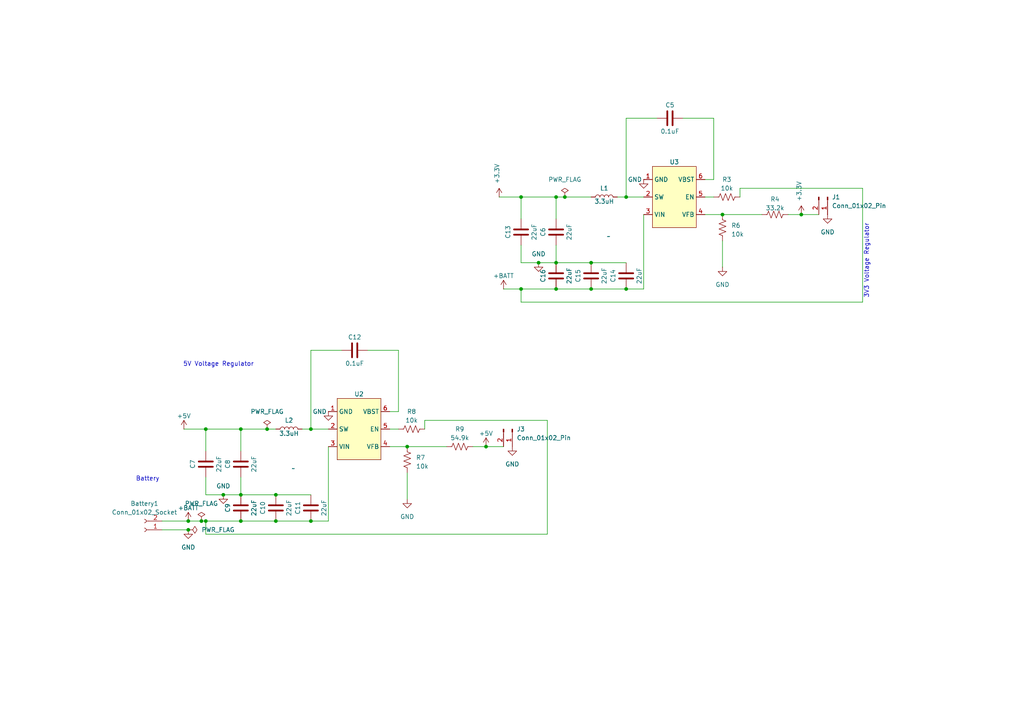
<source format=kicad_sch>
(kicad_sch (version 20250114) (generator "eeschema") (generator_version "9.0")
  (paper "A4")
  (lib_symbols
    (symbol "Connector:Conn_01x02_Pin" (pin_names (offset 1.016) (hide yes))
      (property "Reference" "J" (at 0 2.54 0))
      (property "Value" "Conn_01x02_Pin" (at 0 -5.08 0))
      (symbol "Conn_01x02_Pin_1_1"
        (rectangle (start 0.8636 0.127) (end 0 -0.127) (stroke (width 0.1524)) (fill (type outline)))
        (rectangle (start 0.8636 -2.413) (end 0 -2.667) (stroke (width 0.1524)) (fill (type outline)))
        (polyline (pts (xy 1.27 0) (xy 0.8636 0)) (stroke (width 0.1524)))
        (polyline (pts (xy 1.27 -2.54) (xy 0.8636 -2.54)) (stroke (width 0.1524)))
        (pin passive line (at 5.08 0 180) (length 3.81) (name "Pin_1") (number "1"))
        (pin passive line (at 5.08 -2.54 180) (length 3.81) (name "Pin_2") (number "2"))
      )
    )
    (symbol "Connector:Conn_01x02_Socket" (pin_names (offset 1.016) (hide yes))
      (property "Reference" "J" (at 0 2.54 0))
      (property "Value" "Conn_01x02_Socket" (at 0 -5.08 0))
      (symbol "Conn_01x02_Socket_1_1"
        (polyline (pts (xy -1.27 0) (xy -0.508 0)) (stroke (width 0.1524)))
        (polyline (pts (xy -1.27 -2.54) (xy -0.508 -2.54)) (stroke (width 0.1524)))
        (arc (start 0 -0.508) (mid -0.5058 0) (end 0 0.508) (stroke (width 0.1524)))
        (arc (start 0 -3.048) (mid -0.5058 -2.54) (end 0 -2.032) (stroke (width 0.1524)))
        (pin passive line (at -5.08 0 0) (length 3.81) (name "Pin_1") (number "1"))
        (pin passive line (at -5.08 -2.54 0) (length 3.81) (name "Pin_2") (number "2"))
      )
    )
    (symbol "Device:C" (pin_numbers (hide yes)) (pin_names (offset 0.254))
      (property "Reference" "C" (at 0.635 2.54 0))
      (property "Value" "C" (at 0.635 -2.54 0))
      (symbol "C_0_1"
        (polyline (pts (xy -2.032 0.762) (xy 2.032 0.762)) (stroke (width 0.508)))
        (polyline (pts (xy -2.032 -0.762) (xy 2.032 -0.762)) (stroke (width 0.508)))
      )
      (symbol "C_1_1"
        (pin passive line (at 0 3.81 270) (length 2.794) (name "~") (number "1"))
        (pin passive line (at 0 -3.81 90) (length 2.794) (name "~") (number "2"))
      )
    )
    (symbol "Device:L" (pin_numbers (hide yes)) (pin_names (offset 1.016) (hide yes))
      (property "Reference" "L" (at -1.27 0 90))
      (property "Value" "L" (at 1.905 0 90))
      (symbol "L_0_1"
        (arc (start 0 2.54) (mid 0.6323 1.905) (end 0 1.27))
        (arc (start 0 1.27) (mid 0.6323 0.635) (end 0 0))
        (arc (start 0 0) (mid 0.6323 -0.635) (end 0 -1.27))
        (arc (start 0 -1.27) (mid 0.6323 -1.905) (end 0 -2.54))
      )
      (symbol "L_1_1"
        (pin passive line (at 0 3.81 270) (length 1.27) (name "1") (number "1"))
        (pin passive line (at 0 -3.81 90) (length 1.27) (name "2") (number "2"))
      )
    )
    (symbol "Device:R_US" (pin_numbers (hide yes)) (pin_names (offset 0))
      (property "Reference" "R" (at 2.54 0 90))
      (property "Value" "R_US" (at -2.54 0 90))
      (symbol "R_US_0_1"
        (polyline (pts (xy 0 2.286) (xy 0 2.54)))
        (polyline (pts (xy 0 2.286) (xy 1.016 1.905) (xy 0 1.524) (xy -1.016 1.143) (xy 0 0.762)))
        (polyline (pts (xy 0 0.762) (xy 1.016 0.381) (xy 0 0) (xy -1.016 -0.381) (xy 0 -0.762)))
        (polyline (pts (xy 0 -0.762) (xy 1.016 -1.143) (xy 0 -1.524) (xy -1.016 -1.905) (xy 0 -2.286)))
        (polyline (pts (xy 0 -2.286) (xy 0 -2.54)))
      )
      (symbol "R_US_1_1"
        (pin passive line (at 0 3.81 270) (length 1.27) (name "~") (number "1"))
        (pin passive line (at 0 -3.81 90) (length 1.27) (name "~") (number "2"))
      )
    )
    (symbol "Regulators:TPS563208DDCR"
      (property "Reference" "U" (at -5.08 10.16 0))
      (symbol "TPS563208DDCR_0_1"
        (rectangle (start -6.35 8.89) (end 6.35 -8.89) (fill (type background)))
      )
      (symbol "TPS563208DDCR_1_1"
        (pin input line (at -8.89 5.08 0) (length 2.54) (name "GND") (number "1"))
        (pin input line (at -8.89 0 0) (length 2.54) (name "SW") (number "2"))
        (pin input line (at -8.89 -5.08 0) (length 2.54) (name "VIN") (number "3"))
        (pin input line (at 8.89 5.08 180) (length 2.54) (name "VBST") (number "6"))
        (pin input line (at 8.89 0 180) (length 2.54) (name "EN") (number "5"))
        (pin input line (at 8.89 -5.08 180) (length 2.54) (name "VFB") (number "4"))
      )
    )
    (symbol "power:+3.3V" (power) (pin_numbers (hide yes)) (pin_names (offset 0) (hide yes))
      (property "Value" "+3.3V" (at 0 3.556 0))
      (symbol "+3.3V_0_1"
        (polyline (pts (xy -0.762 1.27) (xy 0 2.54)))
        (polyline (pts (xy 0 2.54) (xy 0.762 1.27)))
        (polyline (pts (xy 0 0) (xy 0 2.54)))
      )
      (symbol "+3.3V_1_1"
        (pin power_in line (at 0 0 90) (length 0) (name "~") (number "1"))
      )
    )
    (symbol "power:+5V" (power) (pin_numbers (hide yes)) (pin_names (offset 0) (hide yes))
      (property "Value" "+5V" (at 0 3.556 0))
      (symbol "+5V_0_1"
        (polyline (pts (xy -0.762 1.27) (xy 0 2.54)))
        (polyline (pts (xy 0 2.54) (xy 0.762 1.27)))
        (polyline (pts (xy 0 0) (xy 0 2.54)))
      )
      (symbol "+5V_1_1"
        (pin power_in line (at 0 0 90) (length 0) (name "~") (number "1"))
      )
    )
    (symbol "power:+BATT" (power) (pin_numbers (hide yes)) (pin_names (offset 0) (hide yes))
      (property "Value" "+BATT" (at 0 3.556 0))
      (symbol "+BATT_0_1"
        (polyline (pts (xy -0.762 1.27) (xy 0 2.54)))
        (polyline (pts (xy 0 2.54) (xy 0.762 1.27)))
        (polyline (pts (xy 0 0) (xy 0 2.54)))
      )
      (symbol "+BATT_1_1"
        (pin power_in line (at 0 0 90) (length 0) (name "~") (number "1"))
      )
    )
    (symbol "power:GND" (power) (pin_numbers (hide yes)) (pin_names (offset 0) (hide yes))
      (property "Value" "GND" (at 0 -3.81 0))
      (symbol "GND_0_1"
        (polyline (pts (xy 0 0) (xy 0 -1.27) (xy 1.27 -1.27) (xy 0 -2.54) (xy -1.27 -1.27) (xy 0 -1.27)))
      )
      (symbol "GND_1_1"
        (pin power_in line (at 0 0 270) (length 0) (name "~") (number "1"))
      )
    )
    (symbol "power:PWR_FLAG" (power) (pin_numbers (hide yes)) (pin_names (offset 0) (hide yes))
      (property "Value" "PWR_FLAG" (at 0 3.81 0))
      (symbol "PWR_FLAG_0_0"
        (pin power_out line (at 0 0 90) (length 0) (name "~") (number "1"))
      )
      (symbol "PWR_FLAG_0_1"
        (polyline (pts (xy 0 0) (xy 0 1.27) (xy -1.016 1.905) (xy 0 2.54) (xy 1.016 1.905) (xy 0 1.27)))
      )
    )
  )
  (text "5V Voltage Regulator" (at 53.086 106.426 0) (effects (font (size 1.27 1.27)) (justify left bottom)))
  (text "3V3 Voltage Regulator" (at 252.095 64.77 90) (effects (font (size 1.27 1.27)) (justify right bottom)))
  (text "Battery" (at 39.37 139.7 0) (effects (font (size 1.27 1.27)) (justify left bottom)))
  (junction (at 59.69 151.13))
  (junction (at 54.61 153.67))
  (junction (at 64.77 143.51))
  (junction (at 181.61 83.82))
  (junction (at 161.29 83.82))
  (junction (at 90.17 124.46))
  (junction (at 171.45 76.2))
  (junction (at 232.41 62.23))
  (junction (at 163.83 57.15))
  (junction (at 59.69 124.46))
  (junction (at 161.29 57.15))
  (junction (at 140.97 129.54))
  (junction (at 69.85 124.46))
  (junction (at 69.85 151.13))
  (junction (at 209.55 62.23))
  (junction (at 80.01 151.13))
  (junction (at 69.85 143.51))
  (junction (at 151.13 57.15))
  (junction (at 181.61 57.15))
  (junction (at 77.47 124.46))
  (junction (at 54.61 151.13))
  (junction (at 118.11 129.54))
  (junction (at 171.45 83.82))
  (junction (at 80.01 143.51))
  (junction (at 161.29 76.2))
  (junction (at 90.17 151.13))
  (junction (at 58.42 151.13))
  (junction (at 156.21 76.2))
  (junction (at 151.13 83.82))
  (wire (pts (xy 59.69 130.81) (xy 59.69 124.46)))
  (wire (pts (xy 181.61 57.15) (xy 186.69 57.15)))
  (wire (pts (xy 144.78 57.15) (xy 151.13 57.15)))
  (wire (pts (xy 158.75 154.94) (xy 59.69 154.94)))
  (wire (pts (xy 123.19 121.92) (xy 123.19 124.46)))
  (wire (pts (xy 69.85 143.51) (xy 64.77 143.51)))
  (wire (pts (xy 250.19 87.63) (xy 151.13 87.63)))
  (wire (pts (xy 129.54 129.54) (xy 118.11 129.54)))
  (wire (pts (xy 151.13 63.5) (xy 151.13 57.15)))
  (wire (pts (xy 99.06 101.6) (xy 90.17 101.6)))
  (wire (pts (xy 207.01 52.07) (xy 204.47 52.07)))
  (wire (pts (xy 161.29 76.2) (xy 156.21 76.2)))
  (wire (pts (xy 207.01 57.15) (xy 204.47 57.15)))
  (wire (pts (xy 53.34 124.46) (xy 59.69 124.46)))
  (wire (pts (xy 54.61 151.13) (xy 58.42 151.13)))
  (wire (pts (xy 151.13 87.63) (xy 151.13 83.82)))
  (wire (pts (xy 232.41 62.23) (xy 228.6 62.23)))
  (wire (pts (xy 179.07 57.15) (xy 181.61 57.15)))
  (wire (pts (xy 69.85 138.43) (xy 69.85 143.51)))
  (wire (pts (xy 115.57 119.38) (xy 115.57 101.6)))
  (wire (pts (xy 161.29 63.5) (xy 161.29 57.15)))
  (wire (pts (xy 214.63 54.61) (xy 214.63 57.15)))
  (wire (pts (xy 90.17 143.51) (xy 80.01 143.51)))
  (wire (pts (xy 54.61 153.67) (xy 46.99 153.67)))
  (wire (pts (xy 186.69 83.82) (xy 181.61 83.82)))
  (wire (pts (xy 171.45 76.2) (xy 161.29 76.2)))
  (wire (pts (xy 59.69 151.13) (xy 69.85 151.13)))
  (wire (pts (xy 59.69 154.94) (xy 59.69 151.13)))
  (wire (pts (xy 250.19 54.61) (xy 250.19 87.63)))
  (wire (pts (xy 90.17 124.46) (xy 95.25 124.46)))
  (wire (pts (xy 80.01 143.51) (xy 69.85 143.51)))
  (wire (pts (xy 151.13 57.15) (xy 161.29 57.15)))
  (wire (pts (xy 161.29 71.12) (xy 161.29 76.2)))
  (wire (pts (xy 115.57 119.38) (xy 113.03 119.38)))
  (wire (pts (xy 171.45 83.82) (xy 181.61 83.82)))
  (wire (pts (xy 46.99 151.13) (xy 54.61 151.13)))
  (wire (pts (xy 209.55 69.85) (xy 209.55 77.47)))
  (wire (pts (xy 95.25 129.54) (xy 95.25 151.13)))
  (wire (pts (xy 207.01 34.29) (xy 198.12 34.29)))
  (wire (pts (xy 140.97 129.54) (xy 146.05 129.54)))
  (wire (pts (xy 209.55 62.23) (xy 204.47 62.23)))
  (wire (pts (xy 118.11 129.54) (xy 113.03 129.54)))
  (wire (pts (xy 214.63 54.61) (xy 250.19 54.61)))
  (wire (pts (xy 115.57 101.6) (xy 106.68 101.6)))
  (wire (pts (xy 190.5 34.29) (xy 181.61 34.29)))
  (wire (pts (xy 151.13 71.12) (xy 151.13 76.2)))
  (wire (pts (xy 95.25 151.13) (xy 90.17 151.13)))
  (wire (pts (xy 151.13 76.2) (xy 156.21 76.2)))
  (wire (pts (xy 207.01 52.07) (xy 207.01 34.29)))
  (wire (pts (xy 69.85 124.46) (xy 77.47 124.46)))
  (wire (pts (xy 59.69 143.51) (xy 64.77 143.51)))
  (wire (pts (xy 69.85 151.13) (xy 80.01 151.13)))
  (wire (pts (xy 158.75 121.92) (xy 158.75 154.94)))
  (wire (pts (xy 90.17 101.6) (xy 90.17 124.46)))
  (wire (pts (xy 140.97 129.54) (xy 137.16 129.54)))
  (wire (pts (xy 58.42 151.13) (xy 59.69 151.13)))
  (wire (pts (xy 77.47 124.46) (xy 80.01 124.46)))
  (wire (pts (xy 220.98 62.23) (xy 209.55 62.23)))
  (wire (pts (xy 181.61 76.2) (xy 171.45 76.2)))
  (wire (pts (xy 237.49 62.23) (xy 232.41 62.23)))
  (wire (pts (xy 59.69 124.46) (xy 69.85 124.46)))
  (wire (pts (xy 69.85 130.81) (xy 69.85 124.46)))
  (wire (pts (xy 163.83 57.15) (xy 171.45 57.15)))
  (wire (pts (xy 161.29 83.82) (xy 171.45 83.82)))
  (wire (pts (xy 59.69 138.43) (xy 59.69 143.51)))
  (wire (pts (xy 186.69 62.23) (xy 186.69 83.82)))
  (wire (pts (xy 181.61 34.29) (xy 181.61 57.15)))
  (wire (pts (xy 146.05 83.82) (xy 151.13 83.82)))
  (wire (pts (xy 123.19 121.92) (xy 158.75 121.92)))
  (wire (pts (xy 118.11 137.16) (xy 118.11 144.78)))
  (wire (pts (xy 151.13 83.82) (xy 161.29 83.82)))
  (wire (pts (xy 115.57 124.46) (xy 113.03 124.46)))
  (wire (pts (xy 87.63 124.46) (xy 90.17 124.46)))
  (wire (pts (xy 80.01 151.13) (xy 90.17 151.13)))
  (wire (pts (xy 161.29 57.15) (xy 163.83 57.15)))
  (symbol (lib_id "Connector:Conn_01x02_Pin") (at 240.03 57.15 270) (unit 1)
    (property "Reference" "J1" (at 241.3 57.15 90) (effects (justify left)))
    (property "Value" "Conn_01x02_Pin" (at 241.3 59.69 90) (effects (justify left)))
    (property "Footprint" "Connector_JST:JST_XH_B2B-XH-A_1x02_P2.50mm_Vertical" (effects (hide yes)))
    (property "Description" "Generic connector, single row, 01x02, script generated" (effects (hide yes)))
  )
  (symbol (lib_id "Regulators:TPS563208DDCR") (at 195.58 57.15 0) (unit 1)
    (property "Reference" "U3" (at 195.58 46.99 0))
    (property "Value" "~" (at 176.53 68.58 0))
    (property "Footprint" "Package_TO_SOT_SMD:TSOT-23-6" (effects (hide yes)))
  )
  (symbol (lib_id "Device:C") (at 80.01 147.32 180) (unit 1)
    (property "Reference" "C10" (at 76.2 147.32 90))
    (property "Value" "22uF" (at 83.82 147.32 90))
    (property "Footprint" "Capacitor_SMD:C_0805_2012Metric" (effects (hide yes)))
    (property "Description" "Unpolarized capacitor" (effects (hide yes)))
  )
  (symbol (lib_id "Device:C") (at 171.45 80.01 180) (unit 1)
    (property "Reference" "C15" (at 167.64 80.01 90))
    (property "Value" "22uF" (at 175.26 80.01 90))
    (property "Footprint" "Capacitor_SMD:C_0805_2012Metric" (effects (hide yes)))
    (property "Description" "Unpolarized capacitor" (effects (hide yes)))
  )
  (symbol (lib_id "Device:R_US") (at 224.79 62.23 270) (unit 1)
    (property "Reference" "R4" (at 224.79 57.785 90))
    (property "Value" "33.2k" (at 224.79 60.325 90))
    (property "Footprint" "Resistor_SMD:R_0603_1608Metric" (effects (hide yes)))
    (property "Description" "Resistor, US symbol" (effects (hide yes)))
  )
  (symbol (lib_id "Device:R_US") (at 118.11 133.35 180) (unit 1)
    (property "Reference" "R7" (at 120.65 132.715 0) (effects (justify right)))
    (property "Value" "10k" (at 120.65 135.255 0) (effects (justify right)))
    (property "Footprint" "Resistor_SMD:R_0603_1608Metric" (effects (hide yes)))
    (property "Description" "Resistor, US symbol" (effects (hide yes)))
  )
  (symbol (lib_id "power:PWR_FLAG") (at 54.61 153.67 270) (unit 1)
    (property "Reference" "#FLG01" (effects (hide yes)))
    (property "Value" "PWR_FLAG" (at 58.42 153.6699 90) (effects (justify left)))
    (property "Description" "Special symbol for telling ERC where power comes from" (effects (hide yes)))
  )
  (symbol (lib_id "power:+5V") (at 140.97 129.54 0) (mirror y) (unit 1)
    (property "Reference" "#PWR030" (effects (hide yes)))
    (property "Value" "+5V" (at 140.97 125.73 0))
    (property "Description" "Power symbol creates a global label with name \"+5V\"" (effects (hide yes)))
  )
  (symbol (lib_id "power:+BATT") (at 54.61 151.13 0) (unit 1)
    (property "Reference" "#PWR011" (effects (hide yes)))
    (property "Value" "+BATT" (at 54.61 147.32 0))
    (property "Description" "Power symbol creates a global label with name \"+BATT\"" (effects (hide yes)))
  )
  (symbol (lib_id "Device:C") (at 90.17 147.32 180) (unit 1)
    (property "Reference" "C11" (at 86.36 147.32 90))
    (property "Value" "22uF" (at 93.98 147.32 90))
    (property "Footprint" "Capacitor_SMD:C_0805_2012Metric" (effects (hide yes)))
    (property "Description" "Unpolarized capacitor" (effects (hide yes)))
  )
  (symbol (lib_id "power:GND") (at 54.61 153.67 0) (mirror y) (unit 1)
    (property "Reference" "#PWR013" (effects (hide yes)))
    (property "Value" "GND" (at 54.61 158.75 0))
    (property "Description" "Power symbol creates a global label with name \"GND\" , ground" (effects (hide yes)))
  )
  (symbol (lib_id "power:+3.3V") (at 144.78 57.15 0) (unit 1)
    (property "Reference" "#PWR043" (effects (hide yes)))
    (property "Value" "+3.3V" (at 144.145 53.34 90) (effects (justify left)))
    (property "Description" "Power symbol creates a global label with name \"+3.3V\"" (effects (hide yes)))
  )
  (symbol (lib_id "power:GND") (at 240.03 62.23 0) (unit 1)
    (property "Reference" "#PWR044" (effects (hide yes)))
    (property "Value" "GND" (at 240.03 67.31 0))
    (property "Description" "Power symbol creates a global label with name \"GND\" , ground" (effects (hide yes)))
  )
  (symbol (lib_id "Device:C") (at 102.87 101.6 90) (unit 1)
    (property "Reference" "C12" (at 102.87 97.79 90))
    (property "Value" "0.1uF" (at 102.87 105.41 90))
    (property "Footprint" "Capacitor_SMD:C_0805_2012Metric" (effects (hide yes)))
    (property "Description" "Unpolarized capacitor" (effects (hide yes)))
  )
  (symbol (lib_id "power:GND") (at 64.77 143.51 0) (unit 1)
    (property "Reference" "#PWR015" (effects (hide yes)))
    (property "Value" "GND" (at 64.77 140.97 0))
    (property "Description" "Power symbol creates a global label with name \"GND\" , ground" (effects (hide yes)))
  )
  (symbol (lib_id "Device:R_US") (at 133.35 129.54 270) (unit 1)
    (property "Reference" "R9" (at 133.35 124.46 90))
    (property "Value" "54.9k" (at 133.35 127 90))
    (property "Footprint" "Resistor_SMD:R_0603_1608Metric" (effects (hide yes)))
    (property "Description" "Resistor, US symbol" (effects (hide yes)))
  )
  (symbol (lib_id "power:GND") (at 148.59 129.54 0) (unit 1)
    (property "Reference" "#PWR031" (effects (hide yes)))
    (property "Value" "GND" (at 148.59 134.62 0))
    (property "Description" "Power symbol creates a global label with name \"GND\" , ground" (effects (hide yes)))
  )
  (symbol (lib_id "power:PWR_FLAG") (at 163.83 57.15 0) (unit 1)
    (property "Reference" "#FLG04" (effects (hide yes)))
    (property "Value" "PWR_FLAG" (at 163.83 52.07 0))
    (property "Description" "Special symbol for telling ERC where power comes from" (effects (hide yes)))
  )
  (symbol (lib_id "Regulators:TPS563208DDCR") (at 104.14 124.46 0) (unit 1)
    (property "Reference" "U2" (at 104.14 114.3 0))
    (property "Value" "~" (at 85.09 135.89 0))
    (property "Footprint" "Package_TO_SOT_SMD:TSOT-23-6" (effects (hide yes)))
  )
  (symbol (lib_id "Device:C") (at 181.61 80.01 180) (unit 1)
    (property "Reference" "C14" (at 177.8 80.01 90))
    (property "Value" "22uF" (at 185.42 80.01 90))
    (property "Footprint" "Capacitor_SMD:C_0805_2012Metric" (effects (hide yes)))
    (property "Description" "Unpolarized capacitor" (effects (hide yes)))
  )
  (symbol (lib_id "Device:C") (at 194.31 34.29 90) (unit 1)
    (property "Reference" "C5" (at 194.31 30.48 90))
    (property "Value" "0.1uF" (at 194.31 38.1 90))
    (property "Footprint" "Capacitor_SMD:C_0805_2012Metric" (effects (hide yes)))
    (property "Description" "Unpolarized capacitor" (effects (hide yes)))
  )
  (symbol (lib_id "Device:R_US") (at 119.38 124.46 90) (unit 1)
    (property "Reference" "R8" (at 119.38 119.38 90))
    (property "Value" "10k" (at 119.38 121.92 90))
    (property "Footprint" "Resistor_SMD:R_0603_1608Metric" (effects (hide yes)))
    (property "Description" "Resistor, US symbol" (effects (hide yes)))
  )
  (symbol (lib_id "power:+BATT") (at 146.05 83.82 0) (unit 1)
    (property "Reference" "#PWR048" (effects (hide yes)))
    (property "Value" "+BATT" (at 146.05 80.01 0))
    (property "Description" "Power symbol creates a global label with name \"+BATT\"" (effects (hide yes)))
  )
  (symbol (lib_id "power:+3.3V") (at 232.41 62.23 0) (unit 1)
    (property "Reference" "#PWR045" (effects (hide yes)))
    (property "Value" "+3.3V" (at 231.775 58.42 90) (effects (justify left)))
    (property "Description" "Power symbol creates a global label with name \"+3.3V\"" (effects (hide yes)))
  )
  (symbol (lib_id "Device:C") (at 59.69 134.62 180) (unit 1)
    (property "Reference" "C7" (at 55.88 134.62 90))
    (property "Value" "22uF" (at 63.5 134.62 90))
    (property "Footprint" "Capacitor_SMD:C_0805_2012Metric" (effects (hide yes)))
    (property "Description" "Unpolarized capacitor" (effects (hide yes)))
  )
  (symbol (lib_id "Device:R_US") (at 209.55 66.04 180) (unit 1)
    (property "Reference" "R6" (at 212.09 65.405 0) (effects (justify right)))
    (property "Value" "10k" (at 212.09 67.945 0) (effects (justify right)))
    (property "Footprint" "Resistor_SMD:R_0603_1608Metric" (effects (hide yes)))
    (property "Description" "Resistor, US symbol" (effects (hide yes)))
  )
  (symbol (lib_id "Device:C") (at 161.29 67.31 180) (unit 1)
    (property "Reference" "C6" (at 157.48 67.31 90))
    (property "Value" "22uF" (at 165.1 67.31 90))
    (property "Footprint" "Capacitor_SMD:C_0805_2012Metric" (effects (hide yes)))
    (property "Description" "Unpolarized capacitor" (effects (hide yes)))
  )
  (symbol (lib_id "power:GND") (at 156.21 76.2 0) (unit 1)
    (property "Reference" "#PWR046" (effects (hide yes)))
    (property "Value" "GND" (at 156.21 73.66 0))
    (property "Description" "Power symbol creates a global label with name \"GND\" , ground" (effects (hide yes)))
  )
  (symbol (lib_id "Connector:Conn_01x02_Socket") (at 41.91 153.67 180) (unit 1) (in_bom no)
    (property "Reference" "Battery1" (at 41.91 146.05 0))
    (property "Value" "Conn_01x02_Socket" (at 41.91 148.59 0))
    (property "Footprint" "Connector_AMASS:AMASS_XT60-M_1x02_P7.20mm_Vertical" (effects (hide yes)))
    (property "Description" "Generic connector, single row, 01x02, script generated" (effects (hide yes)))
  )
  (symbol (lib_id "Device:L") (at 83.82 124.46 90) (unit 1)
    (property "Reference" "L2" (at 83.82 121.92 90))
    (property "Value" "3.3uH" (at 83.82 125.73 90))
    (property "Footprint" "Inductor_SMD:L_Taiyo-Yuden_NR-60xx" (effects (hide yes)))
    (property "Description" "Inductor" (effects (hide yes)))
  )
  (symbol (lib_id "power:GND") (at 118.11 144.78 0) (unit 1)
    (property "Reference" "#PWR029" (effects (hide yes)))
    (property "Value" "GND" (at 118.11 149.86 0))
    (property "Description" "Power symbol creates a global label with name \"GND\" , ground" (effects (hide yes)))
  )
  (symbol (lib_id "Device:C") (at 151.13 67.31 180) (unit 1)
    (property "Reference" "C13" (at 147.32 67.31 90))
    (property "Value" "22uF" (at 154.94 67.31 90))
    (property "Footprint" "Capacitor_SMD:C_0805_2012Metric" (effects (hide yes)))
    (property "Description" "Unpolarized capacitor" (effects (hide yes)))
  )
  (symbol (lib_id "Device:C") (at 69.85 134.62 180) (unit 1)
    (property "Reference" "C8" (at 66.04 134.62 90))
    (property "Value" "22uF" (at 73.66 134.62 90))
    (property "Footprint" "Capacitor_SMD:C_0805_2012Metric" (effects (hide yes)))
    (property "Description" "Unpolarized capacitor" (effects (hide yes)))
  )
  (symbol (lib_id "Connector:Conn_01x02_Pin") (at 148.59 124.46 270) (unit 1)
    (property "Reference" "J3" (at 149.86 124.46 90) (effects (justify left)))
    (property "Value" "Conn_01x02_Pin" (at 149.86 127 90) (effects (justify left)))
    (property "Footprint" "Connector_JST:JST_XH_B2B-XH-A_1x02_P2.50mm_Vertical" (effects (hide yes)))
    (property "Description" "Generic connector, single row, 01x02, script generated" (effects (hide yes)))
  )
  (symbol (lib_id "power:GND") (at 95.25 119.38 0) (unit 1)
    (property "Reference" "#PWR017" (effects (hide yes)))
    (property "Value" "GND" (at 92.71 119.38 0))
    (property "Description" "Power symbol creates a global label with name \"GND\" , ground" (effects (hide yes)))
  )
  (symbol (lib_id "Device:C") (at 69.85 147.32 180) (unit 1)
    (property "Reference" "C9" (at 66.04 147.32 90))
    (property "Value" "22uF" (at 73.66 147.32 90))
    (property "Footprint" "Capacitor_SMD:C_0805_2012Metric" (effects (hide yes)))
    (property "Description" "Unpolarized capacitor" (effects (hide yes)))
  )
  (symbol (lib_id "Device:L") (at 175.26 57.15 90) (unit 1)
    (property "Reference" "L1" (at 175.26 54.61 90))
    (property "Value" "3.3uH" (at 175.26 58.42 90))
    (property "Footprint" "Inductor_SMD:L_Taiyo-Yuden_NR-60xx" (effects (hide yes)))
    (property "Description" "Inductor" (effects (hide yes)))
  )
  (symbol (lib_id "power:GND") (at 186.69 52.07 0) (unit 1)
    (property "Reference" "#PWR038" (effects (hide yes)))
    (property "Value" "GND" (at 184.15 52.07 0))
    (property "Description" "Power symbol creates a global label with name \"GND\" , ground" (effects (hide yes)))
  )
  (symbol (lib_id "Device:R_US") (at 210.82 57.15 90) (unit 1)
    (property "Reference" "R3" (at 210.82 52.07 90))
    (property "Value" "10k" (at 210.82 54.61 90))
    (property "Footprint" "Resistor_SMD:R_0603_1608Metric" (effects (hide yes)))
    (property "Description" "Resistor, US symbol" (effects (hide yes)))
  )
  (symbol (lib_id "power:+5V") (at 53.34 124.46 0) (mirror y) (unit 1)
    (property "Reference" "#PWR07" (effects (hide yes)))
    (property "Value" "+5V" (at 53.34 120.65 0))
    (property "Description" "Power symbol creates a global label with name \"+5V\"" (effects (hide yes)))
  )
  (symbol (lib_id "power:PWR_FLAG") (at 58.42 151.13 0) (unit 1)
    (property "Reference" "#FLG02" (effects (hide yes)))
    (property "Value" "PWR_FLAG" (at 58.42 146.05 0))
    (property "Description" "Special symbol for telling ERC where power comes from" (effects (hide yes)))
  )
  (symbol (lib_id "power:PWR_FLAG") (at 77.47 124.46 0) (unit 1)
    (property "Reference" "#FLG03" (effects (hide yes)))
    (property "Value" "PWR_FLAG" (at 77.47 119.38 0))
    (property "Description" "Special symbol for telling ERC where power comes from" (effects (hide yes)))
  )
  (symbol (lib_id "power:GND") (at 209.55 77.47 0) (unit 1)
    (property "Reference" "#PWR047" (effects (hide yes)))
    (property "Value" "GND" (at 209.55 82.55 0))
    (property "Description" "Power symbol creates a global label with name \"GND\" , ground" (effects (hide yes)))
  )
  (symbol (lib_id "Device:C") (at 161.29 80.01 180) (unit 1)
    (property "Reference" "C16" (at 157.48 80.01 90))
    (property "Value" "22uF" (at 165.1 80.01 90))
    (property "Footprint" "Capacitor_SMD:C_0805_2012Metric" (effects (hide yes)))
    (property "Description" "Unpolarized capacitor" (effects (hide yes)))
  )
)
</source>
